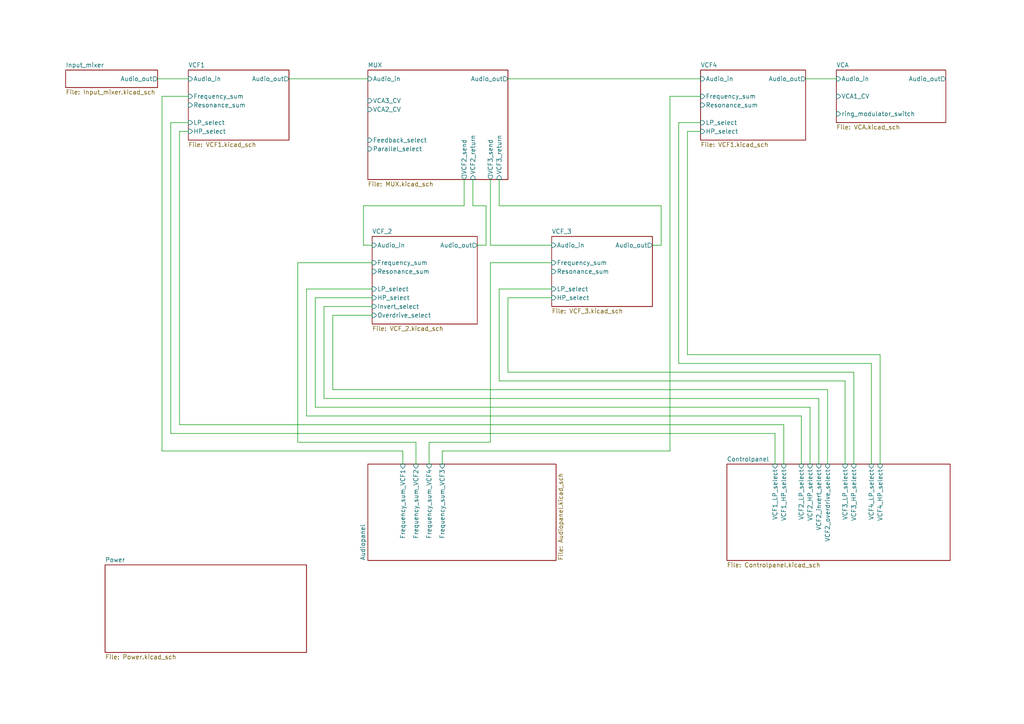
<source format=kicad_sch>
(kicad_sch (version 20210621) (generator eeschema)
  (paper "A4")
  (lib_symbols)
  (wire (pts (xy 120.65 128.27) (xy 86.36 128.27)))
  (wire (pts (xy 86.36 128.27) (xy 86.36 76.2)))
  (wire (pts (xy 120.65 134.62) (xy 120.65 128.27)))
  (wire (pts (xy 86.36 76.2) (xy 107.95 76.2)))
  (wire (pts (xy 232.41 120.65) (xy 88.9 120.65)))
  (wire (pts (xy 88.9 83.82) (xy 107.95 83.82)))
  (wire (pts (xy 88.9 120.65) (xy 88.9 83.82)))
  (wire (pts (xy 232.41 134.62) (xy 232.41 120.65)))
  (wire (pts (xy 144.78 52.07) (xy 144.78 59.69)))
  (wire (pts (xy 144.78 59.69) (xy 191.77 59.69)))
  (wire (pts (xy 191.77 71.12) (xy 189.23 71.12)))
  (wire (pts (xy 191.77 59.69) (xy 191.77 71.12)))
  (wire (pts (xy 234.95 118.11) (xy 91.44 118.11)))
  (wire (pts (xy 91.44 118.11) (xy 91.44 86.36)))
  (wire (pts (xy 91.44 86.36) (xy 107.95 86.36)))
  (wire (pts (xy 234.95 134.62) (xy 234.95 118.11)))
  (wire (pts (xy 240.03 113.03) (xy 96.52 113.03)))
  (wire (pts (xy 96.52 113.03) (xy 96.52 91.44)))
  (wire (pts (xy 96.52 91.44) (xy 107.95 91.44)))
  (wire (pts (xy 240.03 134.62) (xy 240.03 113.03)))
  (wire (pts (xy 255.27 102.87) (xy 199.39 102.87)))
  (wire (pts (xy 199.39 38.1) (xy 203.2 38.1)))
  (wire (pts (xy 255.27 134.62) (xy 255.27 102.87)))
  (wire (pts (xy 199.39 102.87) (xy 199.39 38.1)))
  (wire (pts (xy 134.62 52.07) (xy 134.62 59.69)))
  (wire (pts (xy 134.62 59.69) (xy 105.41 59.69)))
  (wire (pts (xy 105.41 71.12) (xy 107.95 71.12)))
  (wire (pts (xy 105.41 59.69) (xy 105.41 71.12)))
  (wire (pts (xy 142.24 52.07) (xy 142.24 71.12)))
  (wire (pts (xy 142.24 71.12) (xy 160.02 71.12)))
  (wire (pts (xy 140.97 71.12) (xy 140.97 59.69)))
  (wire (pts (xy 140.97 59.69) (xy 137.16 59.69)))
  (wire (pts (xy 138.43 71.12) (xy 140.97 71.12)))
  (wire (pts (xy 137.16 52.07) (xy 137.16 59.69)))
  (wire (pts (xy 49.53 35.56) (xy 54.61 35.56)))
  (wire (pts (xy 49.53 125.73) (xy 49.53 35.56)))
  (wire (pts (xy 224.79 125.73) (xy 49.53 125.73)))
  (wire (pts (xy 224.79 134.62) (xy 224.79 125.73)))
  (wire (pts (xy 247.65 107.95) (xy 147.32 107.95)))
  (wire (pts (xy 147.32 107.95) (xy 147.32 86.36)))
  (wire (pts (xy 147.32 86.36) (xy 160.02 86.36)))
  (wire (pts (xy 247.65 134.62) (xy 247.65 107.95)))
  (wire (pts (xy 83.82 22.86) (xy 106.68 22.86)))
  (wire (pts (xy 233.68 22.86) (xy 242.57 22.86)))
  (wire (pts (xy 45.72 22.86) (xy 54.61 22.86)))
  (wire (pts (xy 142.24 76.2) (xy 160.02 76.2)))
  (wire (pts (xy 124.46 134.62) (xy 124.46 128.27)))
  (wire (pts (xy 124.46 128.27) (xy 142.24 128.27)))
  (wire (pts (xy 142.24 128.27) (xy 142.24 76.2)))
  (wire (pts (xy 46.99 27.94) (xy 54.61 27.94)))
  (wire (pts (xy 46.99 130.81) (xy 46.99 27.94)))
  (wire (pts (xy 116.84 130.81) (xy 46.99 130.81)))
  (wire (pts (xy 116.84 134.62) (xy 116.84 130.81)))
  (wire (pts (xy 52.07 123.19) (xy 52.07 38.1)))
  (wire (pts (xy 52.07 38.1) (xy 54.61 38.1)))
  (wire (pts (xy 227.33 123.19) (xy 52.07 123.19)))
  (wire (pts (xy 227.33 134.62) (xy 227.33 123.19)))
  (wire (pts (xy 237.49 115.57) (xy 93.98 115.57)))
  (wire (pts (xy 93.98 115.57) (xy 93.98 88.9)))
  (wire (pts (xy 93.98 88.9) (xy 107.95 88.9)))
  (wire (pts (xy 237.49 134.62) (xy 237.49 115.57)))
  (wire (pts (xy 147.32 22.86) (xy 203.2 22.86)))
  (wire (pts (xy 245.11 110.49) (xy 144.78 110.49)))
  (wire (pts (xy 144.78 83.82) (xy 160.02 83.82)))
  (wire (pts (xy 245.11 134.62) (xy 245.11 110.49)))
  (wire (pts (xy 144.78 110.49) (xy 144.78 83.82)))
  (wire (pts (xy 128.27 134.62) (xy 128.27 130.81)))
  (wire (pts (xy 128.27 130.81) (xy 194.31 130.81)))
  (wire (pts (xy 194.31 27.94) (xy 203.2 27.94)))
  (wire (pts (xy 194.31 130.81) (xy 194.31 27.94)))
  (wire (pts (xy 252.73 105.41) (xy 196.85 105.41)))
  (wire (pts (xy 196.85 35.56) (xy 203.2 35.56)))
  (wire (pts (xy 252.73 134.62) (xy 252.73 105.41)))
  (wire (pts (xy 196.85 105.41) (xy 196.85 35.56)))
  (sheet (at 30.48 163.83) (size 58.42 25.4) (stroke (width 0.1524))
    (property "Sheet name" "Power" (at 30.48 163.1184 0) (effects (justify left bottom)))
    (property "Sheet file" "Power.kicad_sch" (at 30.48 189.8146 0) (effects (justify left top)))
  )
  (sheet (at 107.95 68.58) (size 30.48 25.4) (stroke (width 0.1524))
    (property "Sheet name" "VCF_2" (at 107.95 67.8684 0) (effects (justify left bottom)))
    (property "Sheet file" "VCF_2.kicad_sch" (at 107.95 94.5646 0) (effects (justify left top)))
    (pin "HP_select" input (at 107.95 86.36 180))
    (pin "Resonance_sum" input (at 107.95 78.74 180))
    (pin "Frequency_sum" input (at 107.95 76.2 180))
    (pin "Audio_in" input (at 107.95 71.12 180))
    (pin "LP_select" input (at 107.95 83.82 180))
    (pin "Overdrive_select" input (at 107.95 91.44 180))
    (pin "Invert_select" input (at 107.95 88.9 180))
    (pin "Audio_out" output (at 138.43 71.12 0))
  )
  (sheet (at 19.05 20.32) (size 26.67 5.08) (stroke (width 0.1524))
    (property "Sheet name" "Input_mixer" (at 19.05 19.6084 0) (effects (justify left bottom)))
    (property "Sheet file" "Input_mixer.kicad_sch" (at 19.05 25.9846 0) (effects (justify left top)))
    (pin "Audio_out" output (at 45.72 22.86 0))
  )
  (sheet (at 160.02 68.58) (size 29.21 20.32) (stroke (width 0.1524))
    (property "Sheet name" "VCF_3" (at 160.02 67.8684 0) (effects (justify left bottom)))
    (property "Sheet file" "VCF_3.kicad_sch" (at 160.02 89.4846 0) (effects (justify left top)))
    (pin "Resonance_sum" input (at 160.02 78.74 180))
    (pin "Frequency_sum" input (at 160.02 76.2 180))
    (pin "LP_select" input (at 160.02 83.82 180))
    (pin "Audio_in" input (at 160.02 71.12 180))
    (pin "HP_select" input (at 160.02 86.36 180))
    (pin "Audio_out" output (at 189.23 71.12 0))
  )
  (sheet (at 210.82 134.62) (size 64.77 27.94) (stroke (width 0.1524))
    (property "Sheet name" "Controlpanel" (at 210.82 133.9084 0) (effects (justify left bottom)))
    (property "Sheet file" "Controlpanel.kicad_sch" (at 210.82 163.1446 0) (effects (justify left top)))
    (pin "VCF1_HP_select" input (at 227.33 134.62 90))
    (pin "VCF1_LP_select" input (at 224.79 134.62 90))
    (pin "VCF2_HP_select" input (at 234.95 134.62 90))
    (pin "VCF2_LP_select" input (at 232.41 134.62 90))
    (pin "VCF4_HP_select" input (at 255.27 134.62 90))
    (pin "VCF4_LP_select" input (at 252.73 134.62 90))
    (pin "VCF3_HP_select" input (at 247.65 134.62 90))
    (pin "VCF3_LP_select" input (at 245.11 134.62 90))
    (pin "VCF2_invert_select" input (at 237.49 134.62 90))
    (pin "VCF2_overdrive_select" input (at 240.03 134.62 90))
  )
  (sheet (at 203.2 20.32) (size 30.48 20.32) (stroke (width 0.1524))
    (property "Sheet name" "VCF4" (at 203.2 19.6084 0) (effects (justify left bottom)))
    (property "Sheet file" "VCF1.kicad_sch" (at 203.2 41.2246 0) (effects (justify left top)))
    (pin "Audio_out" output (at 233.68 22.86 0))
    (pin "HP_select" input (at 203.2 38.1 180))
    (pin "LP_select" input (at 203.2 35.56 180))
    (pin "Frequency_sum" input (at 203.2 27.94 180))
    (pin "Audio_in" input (at 203.2 22.86 180))
    (pin "Resonance_sum" input (at 203.2 30.48 180))
  )
  (sheet (at 242.57 20.32) (size 31.75 15.24) (stroke (width 0.1524))
    (property "Sheet name" "VCA" (at 242.57 19.6084 0) (effects (justify left bottom)))
    (property "Sheet file" "VCA.kicad_sch" (at 242.57 36.1446 0) (effects (justify left top)))
    (pin "VCA1_CV" input (at 242.57 27.94 180))
    (pin "ring_modulator_switch" input (at 242.57 33.02 180))
    (pin "Audio_in" input (at 242.57 22.86 180))
    (pin "Audio_out" output (at 274.32 22.86 0))
  )
  (sheet (at 106.68 20.32) (size 40.64 31.75) (stroke (width 0.1524))
    (property "Sheet name" "MUX" (at 106.68 19.6084 0) (effects (justify left bottom)))
    (property "Sheet file" "MUX.kicad_sch" (at 106.68 52.6546 0) (effects (justify left top)))
    (pin "Parallel_select" input (at 106.68 43.18 180))
    (pin "VCF3_return" input (at 144.78 52.07 270))
    (pin "Audio_out" output (at 147.32 22.86 0))
    (pin "VCF2_return" input (at 137.16 52.07 270))
    (pin "VCF2_send" output (at 134.62 52.07 270))
    (pin "VCF3_send" output (at 142.24 52.07 270))
    (pin "Feedback_select" input (at 106.68 40.64 180))
    (pin "Audio_in" input (at 106.68 22.86 180))
    (pin "VCA3_CV" input (at 106.68 29.21 180))
    (pin "VCA2_CV" input (at 106.68 31.75 180))
  )
  (sheet (at 54.61 20.32) (size 29.21 20.32) (stroke (width 0.1524))
    (property "Sheet name" "VCF1" (at 54.61 19.6084 0) (effects (justify left bottom)))
    (property "Sheet file" "VCF1.kicad_sch" (at 54.61 41.2246 0) (effects (justify left top)))
    (pin "Audio_out" output (at 83.82 22.86 0))
    (pin "HP_select" input (at 54.61 38.1 180))
    (pin "LP_select" input (at 54.61 35.56 180))
    (pin "Frequency_sum" input (at 54.61 27.94 180))
    (pin "Audio_in" input (at 54.61 22.86 180))
    (pin "Resonance_sum" input (at 54.61 30.48 180))
  )
  (sheet (at 106.68 134.62) (size 54.61 27.94) (stroke (width 0.1524))
    (property "Sheet name" "Audiopanel" (at 105.9684 162.56 90) (effects (justify left bottom)))
    (property "Sheet file" "Audiopanel.kicad_sch" (at 161.8746 162.56 90) (effects (justify left top)))
    (pin "Frequency_sum_VCF1" input (at 116.84 134.62 90))
    (pin "Frequency_sum_VCF2" input (at 120.65 134.62 90))
    (pin "Frequency_sum_VCF4" input (at 124.46 134.62 90))
    (pin "Frequency_sum_VCF3" input (at 128.27 134.62 90))
  )
)
</source>
